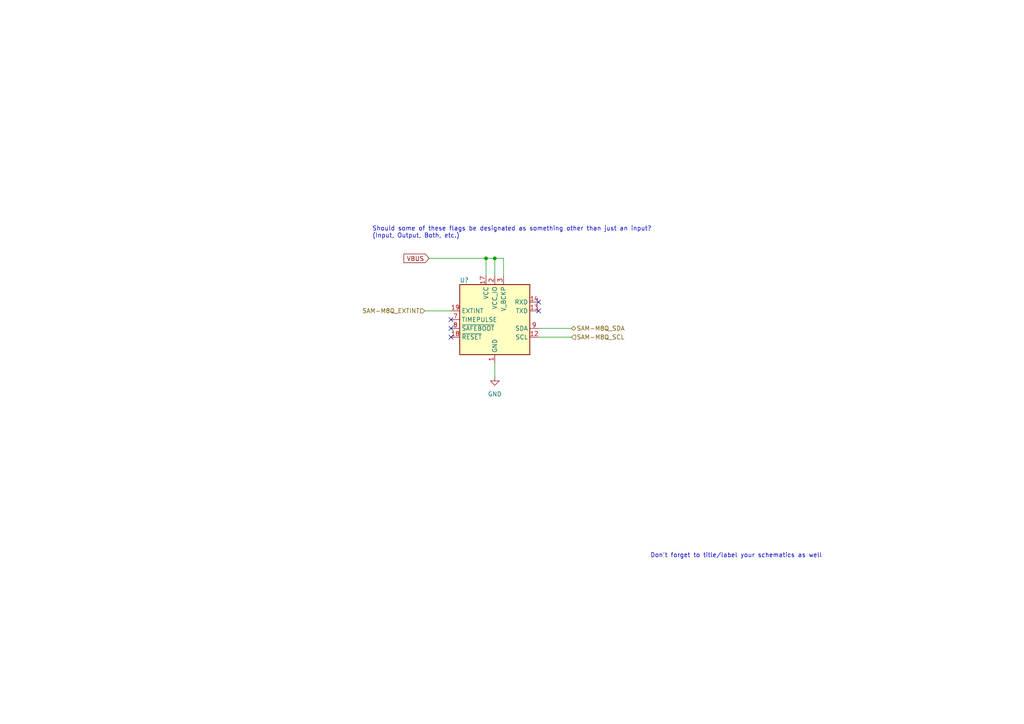
<source format=kicad_sch>
(kicad_sch (version 20211123) (generator eeschema)
  (paper "A4")
  (lib_symbols
    (symbol "RF_GPS:SAM-M8Q"
      (property "Reference" "U" (at -8.89 11.43 0))
      (property "Value" "SAM-M8Q" (at 8.89 11.43 0))
      (symbol "SAM-M8Q_0_1"
        (rectangle (start -10.16 10.16) (end 10.16 -10.16) (stroke (width 0.254)) (fill (type background)))
      )
      (symbol "SAM-M8Q_1_1"
        (pin power_in line (at 0 -12.7 90) (length 2.54) (name "GND") (number "1"))
        (pin passive line (at 0 -12.7 90) (length 2.54) hide (name "GND") (number "10"))
        (pin passive line (at 0 -12.7 90) (length 2.54) hide (name "GND") (number "11"))
        (pin input line (at 12.7 -5.08 180) (length 2.54) (name "SCL") (number "12"))
        (pin output line (at 12.7 2.54 180) (length 2.54) (name "TXD") (number "13"))
        (pin input line (at 12.7 5.08 180) (length 2.54) (name "RXD") (number "14"))
        (pin passive line (at 0 -12.7 90) (length 2.54) hide (name "GND") (number "15"))
        (pin passive line (at 0 -12.7 90) (length 2.54) hide (name "GND") (number "16"))
        (pin power_in line (at -2.54 12.7 270) (length 2.54) (name "VCC") (number "17"))
        (pin input line (at -12.7 -5.08 0) (length 2.54) (name "~{RESET}") (number "18"))
        (pin input line (at -12.7 2.54 0) (length 2.54) (name "EXTINT") (number "19"))
        (pin power_in line (at 0 12.7 270) (length 2.54) (name "VCC_IO") (number "2"))
        (pin passive line (at 0 -12.7 90) (length 2.54) hide (name "GND") (number "20"))
        (pin power_in line (at 2.54 12.7 270) (length 2.54) (name "V_BCKP") (number "3"))
        (pin passive line (at 0 -12.7 90) (length 2.54) hide (name "GND") (number "4"))
        (pin passive line (at 0 -12.7 90) (length 2.54) hide (name "GND") (number "5"))
        (pin passive line (at 0 -12.7 90) (length 2.54) hide (name "GND") (number "6"))
        (pin output line (at -12.7 0 0) (length 2.54) (name "TIMEPULSE") (number "7"))
        (pin input line (at -12.7 -2.54 0) (length 2.54) (name "~{SAFEBOOT}") (number "8"))
        (pin bidirectional line (at 12.7 -2.54 180) (length 2.54) (name "SDA") (number "9"))
      )
    )
    (symbol "power:GND" (power) (pin_names (offset 0))
      (property "Value" "GND" (at 0 -3.81 0))
      (symbol "GND_0_1"
        (polyline (pts (xy 0 0) (xy 0 -1.27) (xy 1.27 -1.27) (xy 0 -2.54) (xy -1.27 -1.27) (xy 0 -1.27)))
      )
      (symbol "GND_1_1"
        (pin power_in line (at 0 0 270) (length 0) hide (name "GND") (number "1"))
      )
    )
  )
  (junction (at 143.51 74.93))
  (junction (at 140.97 74.93))
  (no_connect (at 156.21 87.63))
  (no_connect (at 156.21 90.17))
  (no_connect (at 130.81 97.79))
  (no_connect (at 130.81 95.25))
  (no_connect (at 130.81 92.71))
  (wire (pts (xy 156.21 97.79) (xy 165.735 97.79)))
  (wire (pts (xy 146.05 80.01) (xy 146.05 74.93)))
  (wire (pts (xy 124.46 74.93) (xy 140.97 74.93)))
  (wire (pts (xy 143.51 74.93) (xy 146.05 74.93)))
  (wire (pts (xy 123.19 90.17) (xy 130.81 90.17)))
  (wire (pts (xy 156.21 95.25) (xy 165.735 95.25)))
  (wire (pts (xy 143.51 80.01) (xy 143.51 74.93)))
  (wire (pts (xy 143.51 105.41) (xy 143.51 109.22)))
  (wire (pts (xy 140.97 74.93) (xy 143.51 74.93)))
  (wire (pts (xy 140.97 80.01) (xy 140.97 74.93)))
  (text "Don't forget to title/label your schematics as well" (at 188.595 161.925 0) (effects (font (size 1.27 1.27)) (justify left bottom)))
  (text "Should some of these flags be designated as something other than just an input?\n(Input, Output, Both, etc.)" (at 107.95 69.215 0) (effects (font (size 1.27 1.27)) (justify left bottom)))
  (global_label "VBUS" (shape input) (at 124.46 74.93 180) (property "Intersheet References" "${INTERSHEET_REFS}" (effects hide)))
  (hierarchical_label "SAM-M8Q_EXTINT" (shape input) (at 123.19 90.17 180))
  (hierarchical_label "SAM-M8Q_SCL" (shape input) (at 165.735 97.79 0))
  (hierarchical_label "SAM-M8Q_SDA" (shape bidirectional) (at 165.735 95.25 0))
  (symbol (lib_id "RF_GPS:SAM-M8Q") (at 143.51 92.71 0) (unit 1)
    (property "Reference" "U?" (at 133.35 81.28 0) (effects (justify left)))
    (property "Datasheet" "https://www.u-blox.com/sites/default/files/SAM-M8Q_DataSheet_%28UBX-16012619%29.pdf" (effects hide))
  )
  (symbol (lib_id "power:GND") (at 143.51 109.22 0) (unit 1)
    (property "Reference" "#PWR?" (effects hide))
  )
)
</source>
